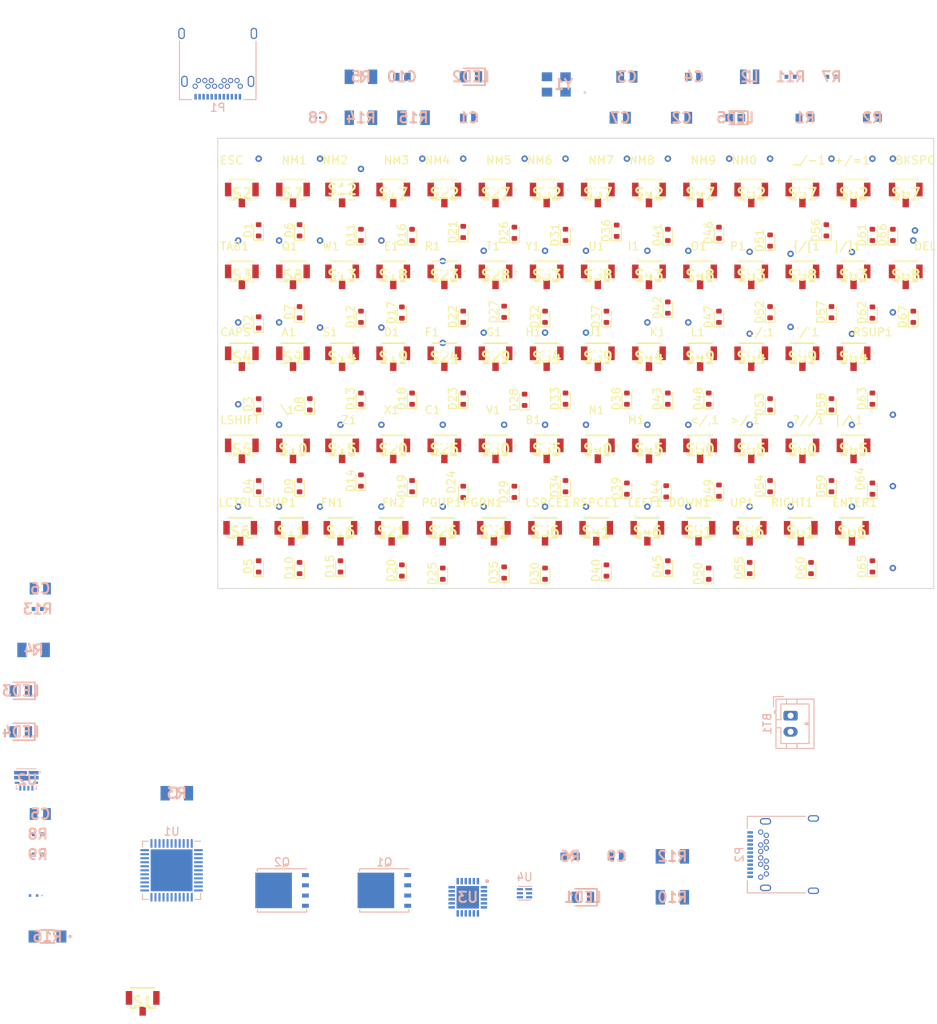
<source format=kicad_pcb>
(kicad_pcb (version 20221018) (generator pcbnew)
  (layers (0 "F.Cu" signal) (31 "B.Cu" signal) (34 "B.Paste" user) (35 "F.Paste" user) (36 "B.SilkS" user "B.Silkscreen") (37 "F.SilkS" user "F.Silkscreen") (38 "B.Mask" user) (39 "F.Mask" user) (44 "Edge.Cuts" user))
  (net 0 "")
  (net 1 "+BATT")
  (net 2 "-BATT")
  (net 3 "GND")
  (net 4 "Net-(U1-XTAL1)")
  (net 5 "Net-(U1-XTAL2)")
  (net 6 "Net-(U1-UCAP)")
  (net 7 "Net-(U3-SW_1)")
  (net 8 "+5V")
  (net 9 "Net-(U3-BTST)")
  (net 10 "Net-(U4-BAT)")
  (net 11 "/MCU_Battery/VBUSOUT")
  (net 12 "Net-(U3-REGN)")
  (net 13 "/Key_Array/IROW0")
  (net 14 "Net-(D3-A)")
  (net 15 "/Key_Array/IROW1")
  (net 16 "Net-(D4-A)")
  (net 17 "/Key_Array/IROW2")
  (net 18 "Net-(D5-A)")
  (net 19 "/Key_Array/IROW3")
  (net 20 "Net-(D6-A)")
  (net 21 "/Key_Array/IROW4")
  (net 22 "Net-(D7-A)")
  (net 23 "Net-(D8-A)")
  (net 24 "Net-(D9-A)")
  (net 25 "Net-(D10-A)")
  (net 26 "Net-(D11-A)")
  (net 27 "Net-(D12-A)")
  (net 28 "Net-(D13-A)")
  (net 29 "Net-(D14-A)")
  (net 30 "Net-(D15-A)")
  (net 31 "Net-(D16-A)")
  (net 32 "Net-(D17-A)")
  (net 33 "Net-(D18-A)")
  (net 34 "Net-(D19-A)")
  (net 35 "Net-(D20-A)")
  (net 36 "Net-(D21-A)")
  (net 37 "Net-(D23-A)")
  (net 38 "Net-(D24-A)")
  (net 39 "Net-(D1-A)")
  (net 40 "Net-(D27-A)")
  (net 41 "Net-(D28-A)")
  (net 42 "Net-(D30-A)")
  (net 43 "Net-(D2-A)")
  (net 44 "Net-(D32-A)")
  (net 45 "Net-(D33-A)")
  (net 46 "Net-(D34-A)")
  (net 47 "Net-(D35-A)")
  (net 48 "Net-(D36-A)")
  (net 49 "Net-(D37-A)")
  (net 50 "Net-(D25-A)")
  (net 51 "Net-(D42-A)")
  (net 52 "Net-(D43-A)")
  (net 53 "Net-(D44-A)")
  (net 54 "Net-(D45-A)")
  (net 55 "Net-(D46-A)")
  (net 56 "Net-(D47-A)")
  (net 57 "Net-(D48-A)")
  (net 58 "Net-(D49-A)")
  (net 59 "Net-(D50-A)")
  (net 60 "Net-(D51-A)")
  (net 61 "Net-(D52-A)")
  (net 62 "Net-(D53-A)")
  (net 63 "Net-(D54-A)")
  (net 64 "Net-(D56-A)")
  (net 65 "Net-(D57-A)")
  (net 66 "Net-(D58-A)")
  (net 67 "Net-(D60-A)")
  (net 68 "Net-(D61-A)")
  (net 69 "Net-(D62-A)")
  (net 70 "Net-(D63-A)")
  (net 71 "Net-(D64-A)")
  (net 72 "Net-(D65-A)")
  (net 73 "Net-(D66-A)")
  (net 74 "Net-(D67-A)")
  (net 75 "Net-(D29-A)")
  (net 76 "Net-(D38-A)")
  (net 77 "Net-(D39-A)")
  (net 78 "Net-(U2-SW)")
  (net 79 "Net-(LED1-A)")
  (net 80 "Net-(LED2-A)")
  (net 81 "Net-(LED3-K)")
  (net 82 "Net-(LED3-A)")
  (net 83 "Net-(LED4-K)")
  (net 84 "Net-(LED4-A)")
  (net 88 "/MCU_Battery/USBKUFPD+")
  (net 89 "/MCU_Battery/USBKUFPD-")
  (net 113 "Net-(Q1-G)")
  (net 114 "Net-(Q1-D)")
  (net 115 "Net-(Q2-G)")
  (net 116 "Net-(U1-D+)")
  (net 117 "Net-(U1-D-)")
  (net 118 "Net-(U1-~{HWB}{slash}PE2)")
  (net 119 "Net-(D55-A)")
  (net 120 "Net-(D59-A)")
  (net 121 "Net-(U3-SYS_1)")
  (net 122 "Net-(LED2-K)")
  (net 123 "/Key_Array/ICOL0")
  (net 124 "/Key_Array/ICOL1")
  (net 125 "/Key_Array/ICOL2")
  (net 126 "/Key_Array/ICOL3")
  (net 127 "/Key_Array/ICOL4")
  (net 128 "Net-(U4-V-)")
  (net 129 "/Key_Array/ICOL5")
  (net 130 "Net-(U3-STAT)")
  (net 131 "/Key_Array/ICOL6")
  (net 132 "/Key_Array/ICOL7")
  (net 133 "Net-(U3-ILIM)")
  (net 134 "/Key_Array/ICOL8")
  (net 135 "/Key_Array/ICOL9")
  (net 136 "/Key_Array/ICOL10")
  (net 137 "/Key_Array/ICOL11")
  (net 138 "/Key_Array/ICOL12")
  (net 139 "/Key_Array/ICOL13")
  (net 140 "/Key_Array/ICOL14")
  (net 141 "/Key_Array/ICOL15")
  (net 143 "/MCU_Battery/COL19")
  (net 144 "/MCU_Battery/COL18")
  (net 145 "/MCU_Battery/COL17")
  (net 146 "/MCU_Battery/COL16")
  (net 148 "Net-(U3-TS1)")
  (net 221 "Net-(D41-A)")
  (net 222 "Net-(D26-A)")
  (net 223 "Net-(D31-A)")
  (net 224 "Net-(D22-A)")
  (net 225 "Net-(D40-A)")
  (net 226 "Net-(S1-C1)")
  (footprint "keyboard_syms:B3U1100PB" (layer "F.Cu") (at 99.26 52.09)
    (fp_text reference "S33")
    (fp_text value "MX_Y1" hide)
  )
  (footprint "Diode_SMD:D_SOD-523" (layer "F.Cu") (at 114.3 67.88 90)
    (fp_text reference "D43")
    (fp_text value "1N4148WT")
  )
  (footprint "Diode_SMD:D_SOD-523" (layer "F.Cu") (at 109.22 67.88 90)
    (fp_text reference "D38")
    (fp_text value "1N4148WT")
  )
  (footprint "Diode_SMD:D_SOD-523" (layer "F.Cu") (at 134.62 78.74 90)
    (fp_text reference "D59")
    (fp_text value "1N4148WT")
  )
  (footprint "Diode_SMD:D_SOD-523" (layer "F.Cu") (at 139.7 57.2008 90)
    (fp_text reference "D62")
    (fp_text value "1N4148WT")
  )
  (footprint "Diode_SMD:D_SOD-523" (layer "F.Cu") (at 139.7 79.0448 90)
    (fp_text reference "D64")
    (fp_text value "1N4148WT")
  )
  (footprint "keyboard_syms:B3U1100PB" (layer "F.Cu") (at 137.36 52.09)
    (fp_text reference "S63")
    (fp_text value "MX_]1" hide)
  )
  (footprint "Diode_SMD:D_SOD-523" (layer "F.Cu") (at 106.68 57.72 90)
    (fp_text reference "D37")
    (fp_text value "1N4148WT")
  )
  (footprint "Diode_SMD:D_SOD-523" (layer "F.Cu") (at 106.68 89.2048 90)
    (fp_text reference "D40")
    (fp_text value "1N4148WT")
  )
  (footprint "keyboard_syms:B3U1100PB" (layer "F.Cu") (at 61.414 62.25)
    (fp_text reference "S4")
    (fp_text value "MX_CAPS1" hide)
  )
  (footprint "Diode_SMD:D_SOD-523" (layer "F.Cu") (at 76.2 67.88 90)
    (fp_text reference "D13")
    (fp_text value "1N4148WT")
  )
  (footprint "keyboard_syms:B3U1100PB" (layer "F.Cu") (at 61.414 73.68)
    (fp_text reference "S5")
    (fp_text value "MX_LSHIFT" hide)
  )
  (footprint "Diode_SMD:D_SOD-523" (layer "F.Cu") (at 82.55 47.56 90)
    (fp_text reference "D16")
    (fp_text value "1N4148WT")
  )
  (footprint "keyboard_syms:B3U1100PB" (layer "F.Cu") (at 118.11 83.91)
    (fp_text reference "S51")
    (fp_text value "MX_DOWN1" hide)
  )
  (footprint "Diode_SMD:D_SOD-523" (layer "F.Cu") (at 120.65 57.72 90)
    (fp_text reference "D47")
    (fp_text value "1N4148WT")
  )
  (footprint "Diode_SMD:D_SOD-523" (layer "F.Cu") (at 95.25 79.44 90)
    (fp_text reference "D29")
    (fp_text value "1N4148WT")
  )
  (footprint "Diode_SMD:D_SOD-523" (layer "F.Cu") (at 109.22 79.0448 90)
    (fp_text reference "D39")
    (fp_text value "1N4148WT")
  )
  (footprint "keyboard_syms:B3U1100PB" (layer "F.Cu") (at 118.31 41.93)
    (fp_text reference "S47")
    (fp_text value "MX_NM9" hide)
  )
  (footprint "Diode_SMD:D_SOD-523" (layer "F.Cu") (at 127 78.74 90)
    (fp_text reference "D54")
    (fp_text value "1N4148WT")
  )
  (footprint "Diode_SMD:D_SOD-523" (layer "F.Cu") (at 120.65 79.2988 90)
    (fp_text reference "D49")
    (fp_text value "1N4148WT")
  )
  (footprint "Diode_SMD:D_SOD-523" (layer "F.Cu") (at 114.3 56.58 90)
    (fp_text reference "D42")
    (fp_text value "1N4148WT")
  )
  (footprint "Diode_SMD:D_SOD-523" (layer "F.Cu") (at 76.2 47.56 90)
    (fp_text reference "D11")
    (fp_text value "1N4148WT")
  )
  (footprint "Diode_SMD:D_SOD-523" (layer "F.Cu") (at 81.28 89.2048 90)
    (fp_text reference "D20")
    (fp_text value "1N4148WT")
  )
  (footprint "keyboard_syms:B3U1100PB" (layer "F.Cu") (at 118.31 62.25)
    (fp_text reference "S49")
    (fp_text value "MX_L1" hide)
  )
  (footprint "Diode_SMD:D_SOD-523" (layer "F.Cu") (at 139.7 47.56 90)
    (fp_text reference "D61")
    (fp_text value "1N4148WT")
  )
  (footprint "keyboard_syms:B3U1100PB" (layer "F.Cu") (at 99.26 41.93)
    (fp_text reference "S32")
    (fp_text value "MX_NM6" hide)
  )
  (footprint "keyboard_syms:B3U1100PB" (layer "F.Cu") (at 99.06 83.91)
    (fp_text reference "S36")
    (fp_text value "MX_LSPCE1" hide)
  )
  (footprint "Diode_SMD:D_SOD-523" (layer "F.Cu") (at 127 57.15 90)
    (fp_text reference "D52")
    (fp_text value "1N4148WT")
  )
  (footprint "keyboard_syms:B3U1100PB" (layer "F.Cu") (at 124.46 83.91)
    (fp_text reference "S56")
    (fp_text value "MX_UP1" hide)
  )
  (footprint "Diode_SMD:D_SOD-523" (layer "F.Cu") (at 99.06 89.6 90)
    (fp_text reference "D30")
    (fp_text value "1N4148WT")
  )
  (footprint "Diode_SMD:D_SOD-523" (layer "F.Cu") (at 63.5 68.58 90)
    (fp_text reference "D3")
    (fp_text value "1N4148WT")
  )
  (footprint "keyboard_syms:B3U1100PB" (layer "F.Cu") (at 137.16 83.91)
    (fp_text reference "S66")
    (fp_text value "MX_ENTER1" hide)
  )
  (footprint "keyboard_syms:B3U1100PB" (layer "F.Cu") (at 105.61 41.93)
    (fp_text reference "S37")
    (fp_text value "MX_NM7" hide)
  )
  (footprint "Diode_SMD:D_SOD-523" (layer "F.Cu") (at 114.1 79.38 90)
    (fp_text reference "D44")
    (fp_text value "1N4148WT")
  )
  (footprint "Diode_SMD:D_SOD-523" (layer "F.Cu") (at 86.36 89.6 90)
    (fp_text reference "D25")
    (fp_text value "1N4148WT")
  )
  (footprint "Diode_SMD:D_SOD-523" (layer "F.Cu") (at 76.2 78.04 90)
    (fp_text reference "D14")
    (fp_text value "1N4148WT")
  )
  (footprint "Diode_SMD:D_SOD-523" (layer "F.Cu") (at 133.985 46.99 90)
    (fp_text reference "D56")
    (fp_text value "1N4148WT")
  )
  (footprint "keyboard_syms:B3U1100PB" (layer "F.Cu") (at 118.31 52.09)
    (fp_text reference "S48")
    (fp_text value "MX_O1" hide)
  )
  (footprint "Diode_SMD:D_SOD-523" (layer "F.Cu") (at 119.38 89.6 90)
    (fp_text reference "D50")
    (fp_text value "1N4148WT")
  )
  (footprint "Diode_SMD:D_SOD-523" (layer "F.Cu") (at 124.46 88.9 90)
    (fp_text reference "D55")
    (fp_text value "1N4148WT")
  )
  (footprint "keyboard_syms:B3U1100PB" (layer "F.Cu") (at 130.81 83.91)
    (fp_text reference "S61")
    (fp_text value "MX_RIGHT1" hide)
  )
  (footprint "Diode_SMD:D_SOD-523" (layer "F.Cu") (at 95.25 47.2948 90)
    (fp_text reference "D26")
    (fp_text value "1N4148WT")
  )
  (footprint "keyboard_syms:B3U1100PB" (layer "F.Cu") (at 61.414 41.93)
    (fp_text reference "S2")
    (fp_text value "MX_ESC" hide)
  )
  (footprint "keyboard_syms:B3U1100PB" (layer "F.Cu") (at 49.1 142.24)
    (fp_text reference "S1")
    (fp_text value "B3U-1100P-B" hide)
  )
  (footprint "keyboard_syms:B3U1100PB" (layer "F.Cu") (at 124.66 73.68)
    (fp_text reference "S55")
    (fp_text value "MX_.1" hide)
  )
  (footprint "keyboard_syms:B3U1100PB" (layer "F.Cu") (at 124.66 52.09)
    (fp_text reference "S53")
    (fp_text value "MX_P1" hide)
  )
  (footprint "keyboard_syms:B3U1100PB" (layer "F.Cu") (at 143.837 52.09)
    (fp_text reference "S68")
    (fp_text value "MX_DEL1" hide)
  )
  (footprint "Diode_SMD:D_SOD-523" (layer "F.Cu") (at 88.9 57.72 90)
    (fp_text reference "D22")
    (fp_text value "1N4148WT")
  )
  (footprint "Diode_SMD:D_SOD-523" (layer "F.Cu") (at 73.66 88.6968 90)
    (fp_text reference "D15")
    (fp_text value "1N4148WT")
  )
  (footprint "Diode_SMD:D_SOD-523" (layer "F.Cu") (at 99.06 57.72 90)
    (fp_text reference "D32")
    (fp_text value "1N4148WT")
  )
  (footprint "keyboard_syms:B3U1100PB" (layer "F.Cu") (at 131.01 62.25)
    (fp_text reference "S59")
    (fp_text value "MX_'1" hide)
  )
  (footprint "Diode_SMD:D_SOD-523" (layer "F.Cu") (at 63.5 88.6968 90)
    (fp_text reference "D5")
    (fp_text value "1N4148WT")
  )
  (footprint "Diode_SMD:D_SOD-523" (layer "F.Cu") (at 93.98 89.4588 90)
    (fp_text reference "D35")
    (fp_text value "1N4148WT")
  )
  (footprint "keyboard_syms:B3U1100PB" (layer "F.Cu") (at 67.764 52.09)
    (fp_text reference "S8")
    (fp_text value "MX_Q1" hide)
  )
  (footprint "keyboard_syms:B3U1100PB" (layer "F.Cu") (at 111.96 62.25)
    (fp_text reference "S44")
    (fp_text value "MX_K1" hide)
  )
  (footprint "keyboard_syms:B3U1100PB" (layer "F.Cu") (at 61.214 83.91)
    (fp_text reference "S6")
    (fp_text value "MX_LCTRL1" hide)
  )
  (footprint "Diode_SMD:D_SOD-523" (layer "F.Cu") (at 142.24 47.56 90)
    (fp_text reference "D66")
    (fp_text value "1N4148WT")
  )
  (footprint "keyboard_syms:B3U1100PB" (layer "F.Cu") (at 80.21 73.68)
    (fp_text reference "S20")
    (fp_text value "MX_X1" hide)
  )
  (footprint "keyboard_syms:B3U1100PB" (layer "F.Cu") (at 131.01 52.09)
    (fp_text reference "S58")
    (fp_text value "MX_[1" hide)
  )
  (footprint "Diode_SMD:D_SOD-523" (layer "F.Cu") (at 82.55 78.74 90)
    (fp_text reference "D19")
    (fp_text value "1N4148WT")
  )
  (footprint "keyboard_syms:B3U1100PB" (layer "F.Cu") (at 137.36 41.93)
    (fp_text reference "S62")
    (fp_text value "MX_=1" hide)
  )
  (footprint "keyboard_syms:B3U1100PB" (layer "F.Cu") (at 80.21 52.09)
    (fp_text reference "S18")
    (fp_text value "MX_E1" hide)
  )
  (footprint "Diode_SMD:D_SOD-523" (layer "F.Cu") (at 139.7 88.6968 90)
    (fp_text reference "D65")
    (fp_text value "1N4148WT")
  )
  (footprint "keyboard_syms:B3U1100PB" (layer "F.Cu") (at 111.96 52.09)
    (fp_text reference "S43")
    (fp_text value "MX_I1" hide)
  )
  (footprint "keyboard_syms:B3U1100PB" (layer "F.Cu") (at 61.414 52.09)
    (fp_text reference "S3")
    (fp_text value "MX_TAB1" hide)
  )
  (footprint "Diode_SMD:D_SOD-523" (layer "F.Cu") (at 88.9 67.88 90)
    (fp_text reference "D23")
    (fp_text value "1N4148WT")
  )
  (footprint "Diode_SMD:D_SOD-523" (layer "F.Cu") (at 76.2 57.72 90)
    (fp_text reference "D12")
    (fp_text value "1N4148WT")
  )
  (footprint "Diode_SMD:D_SOD-523" (layer "F.Cu") (at 68.58 46.99 90)
    (fp_text reference "D6")
    (fp_text value "1N4148WT")
  )
  (footprint "keyboard_syms:B3U1100PB" (layer "F.Cu") (at 105.61 62.25)
    (fp_text reference "S39")
    (fp_text value "MX_J1" hide)
  )
  (footprint "keyboard_syms:B3U1100PB" (layer "F.Cu") (at 111.96 41.93)
    (fp_text reference "S42")
    (fp_text value "MX_NM8" hide)
  )
  (footprint "keyboard_syms:B3U1100PB" (layer "F.Cu") (at 111.96 73.68)
    (fp_text reference "S45")
    (fp_text value "MX_M1" hide)
  )
  (footprint "Diode_SMD:D_SOD-523" (layer "F.Cu") (at 101.6 67.88 90)
    (fp_text reference "D33")
    (fp_text value "1N4148WT")
  )
  (footprint "Diode_SMD:D_SOD-523" (layer "F.Cu") (at 127 48.26 90)
    (fp_text reference "D51")
    (fp_text value "1N4148WT")
  )
  (footprint "keyboard_syms:B3U1100PB" (layer "F.Cu") (at 99.26 62.25)
    (fp_text reference "S34")
    (fp_text value "MX_H1" hide)
  )
  (footprint "keyboard_syms:B3U1100PB" (layer "F.Cu") (at 137.36 62.25)
    (fp_text reference "S64")
    (fp_text value "MX_RSUP1" hide)
  )
  (footprint "keyboard_syms:B3U1100PB" (layer "F.Cu") (at 92.91 62.25)
    (fp_text reference "S29")
    (fp_text value "MX_G1" hide)
  )
  (footprint "keyboard_syms:B3U1100PB" (layer "F.Cu") (at 92.91 73.68)
    (fp_text reference "S30")
    (fp_text value "MX_V1" hide)
  )
  (footprint "keyboard_syms:B3U1100PB" (layer "F.Cu") (at 67.764 41.93)
    (fp_text reference "S7")
    (fp_text value "MX_NM1" hide)
  )
  (footprint "Diode_SMD:D_SOD-523" (layer "F.Cu") (at 63.5 78.74 90)
    (fp_text reference "D4")
    (fp_text value "1N4148WT")
  )
  (footprint "keyboard_syms:B3U1100PB" (layer "F.Cu") (at 73.66 83.91)
    (fp_text reference "S16")
    (fp_text value "MX_FN1" hide)
  )
  (footprint "Diode_SMD:D_SOD-523" (layer "F.Cu") (at 63.5 46.99 90)
    (fp_text reference "D1")
    (fp_text value "1N4148WT")
  )
  (footprint "keyboard_syms:B3U1100PB" (layer "F.Cu") (at 86.56 41.93)
    (fp_text reference "S22")
    (fp_text value "MX_NM4" hide)
  )
  (footprint "keyboard_syms:B3U1100PB" (layer "F.Cu") (at 124.66 41.93)
    (fp_text reference "S52")
    (fp_text value "MX_NM0" hide)
  )
  (footprint "Diode_SMD:D_SOD-523" (layer "F.Cu") (at 134.62 68.58 90)
    (fp_text reference "D58")
    (fp_text value "1N4148WT")
  )
  (footprint "Diode_SMD:D_SOD-523" (layer "F.Cu") (at 82.55 67.88 90)
    (fp_text reference "D18")
    (fp_text value "1N4148WT")
  )
  (footprint "Diode_SMD:D_SOD-523" (layer "F.Cu") (at 68.58 78.74 90)
    (fp_text reference "D9")
    (fp_text value "1N4148WT")
  )
  (footprint "keyboard_syms:B3U1100PB" (layer "F.Cu") (at 86.36 83.91)
    (fp_text reference "S26")
    (fp_text value "MX_PGUP1" hide)
  )
  (footprint "Diode_SMD:D_SOD-523" (layer "F.Cu") (at 68.58 57.15 90)
    (fp_text reference "D7")
    (fp_text value "1N4148WT")
  )
  (footprint "keyboard_syms:B3U1100PB" (layer "F.Cu") (at 73.86 62.25)
    (fp_text reference "S14")
    (fp_text value "MX_S1" hide)
  )
  (footprint "keyboard_syms:B3U1100PB" (layer "F.Cu") (at 124.66 62.25)
    (fp_text reference "S54")
    (fp_text value "MX_;1" hide)
  )
  (footprint "keyboard_syms:B3U1100PB" (layer "F.Cu") (at 105.41 83.91)
    (fp_text reference "S41")
    (fp_text value "MX_RSPCE1" hide)
  )
  (footprint "keyboard_syms:B3U1100PB" (layer "F.Cu") (at 111.76 83.91)
    (fp_text reference "S46")
    (fp_text value "MX_LEFT1" hide)
  )
  (footprint "Diode_SMD:D_SOD-523" (layer "F.Cu") (at 88.9 47.1932 90)
    (fp_text reference "D21")
    (fp_text value "1N4148WT")
  )
  (footprint "keyboard_syms:B3U1100PB" (layer "F.Cu") (at 92.91 41.93)
    (fp_text reference "S27")
    (fp_text value "MX_NM5" hide)
  )
  (footprint "keyboard_syms:B3U1100PB" (layer "F.Cu") (at 105.61 52.09)
    (fp_text reference "S38")
    (fp_text value "MX_U1" hide)
  )
  (footprint "Diode_SMD:D_SOD-523" (layer "F.Cu") (at 88.9 79.44 90)
    (fp_text reference "D24")
    (fp_text value "1N4148WT")
  )
  (footprint "Diode_SMD:D_SOD-523" (layer "F.Cu") (at 114.3 47.56 90)
    (fp_text reference "D41")
    (fp_text value "1N4148WT")
  )
  (footprint "keyboard_syms:B3U1100PB" (layer "F.Cu") (at 86.56 52.09)
    (fp_text reference "S23")
    (fp_text value "MX_R1" hide)
  )
  (footprint "Diode_SMD:D_SOD-523" (layer "F.Cu") (at 69.85 68.58 90)
    (fp_text reference "D8")
    (fp_text value "1N4148WT")
  )
  (footprint "Diode_SMD:D_SOD-523" (layer "F.Cu") (at 68.58 88.9 90)
    (fp_text reference "D10")
    (fp_text value "1N4148WT")
  )
  (footprint "keyboard_syms:B3U1100PB" (layer "F.Cu") (at 80.21 41.93)
    (fp_text reference "S17")
    (fp_text value "MX_NM3" hide)
  )
  (footprint "keyboard_syms:B3U1100PB" (layer "F.Cu") (at 137.36 73.68)
    (fp_text reference "S65")
    (fp_text value "MX_\\1" hide)
  )
  (footprint "Diode_SMD:D_SOD-523" (layer "F.Cu") (at 81.28 57.2008 90)
    (fp_text reference "D17")
    (fp_text value "1N4148WT")
  )
  (footprint "keyboard_syms:B3U1100PB" (layer "F.Cu") (at 80.01 83.91)
    (fp_text reference "S21")
    (fp_text value "MX_FN2" hide)
  )
  (footprint "Diode_SMD:D_SOD-523" (layer "F.Cu") (at 63.5 58.42 90)
    (fp_text reference "D2")
    (fp_text value "1N4148WT")
  )
  (footprint "keyboard_syms:B3U1100PB" (layer "F.Cu") (at 73.86 41.93)
    (fp_text reference "S12")
    (fp_text value "MX_NM2" hide)
  )
  (footprint "keyboard_syms:B3U1100PB" (layer "F.Cu") (at 92.91 52.09)
    (fp_text reference "S28")
    (fp_text value "MX_T1" hide)
  )
  (footprint "Diode_SMD:D_SOD-523" (layer "F.Cu") (at 114.3 88.6968 90)
    (fp_text reference "D45")
    (fp_text value "1N4148WT")
  )
  (footprint "keyboard_syms:B3U1100PB" (layer "F.Cu") (at 105.61 73.68)
    (fp_text reference "S40")
    (fp_text value "MX_N1" hide)
  )
  (footprint "Diode_SMD:D_SOD-523" (layer "F.Cu") (at 101.6 47.56 90)
    (fp_text reference "D31")
    (fp_text value "1N4148WT")
  )
  (footprint "keyboard_syms:B3U1100PB" (layer "F.Cu") (at 86.56 73.68)
    (fp_text reference "S25")
    (fp_text value "MX_C1" hide)
  )
  (footprint "Diode_SMD:D_SOD-523" (layer "F.Cu") (at 134.62 57.15 90)
    (fp_text reference "D57")
    (fp_text value "1N4148WT")
  )
  (footprint "Diode_SMD:D_SOD-523" (layer "F.Cu") (at 101.6 78.74 90)
    (fp_text reference "D34")
    (fp_text value "1N4148WT")
  )
  (footprint "keyboard_syms:B3U1100PB" (layer "F.Cu") (at 118.31 73.68)
    (fp_text reference "S50")
    (fp_text value "MX_,1" hide)
  )
  (footprint "Diode_SMD:D_SOD-523" (layer "F.Cu") (at 120.65 47.2948 90)
    (fp_text reference "D46")
    (fp_text value "1N4148WT")
  )
  (footprint "keyboard_syms:B3U1100PB" (layer "F.Cu") (at 67.564 83.91)
    (fp_text reference "S11")
    (fp_text value "MX_LSUP1" hide)
  )
  (footprint "keyboard_syms:B3U1100PB" (layer "F.Cu") (at 80.21 62.25)
    (fp_text reference "S19")
    (fp_text value "MX_D1" hide)
  )
  (footprint "keyboard_syms:B3U1100PB" (layer "F.Cu") (at 86.56 62.25)
    (fp_text reference "S24")
    (fp_text value "MX_F1" hide)
  )
  (footprint "keyboard_syms:B3U1100PB" (layer "F.Cu") (at 92.71 83.91)
    (fp_text reference "S31")
    (fp_text value "MX_PGDN1" hide)
  )
  (footprint "Diode_SMD:D_SOD-523" (layer "F.Cu") (at 107.95 47.0408 90)
    (fp_text reference "D36")
    (fp_text value "1N4148WT")
  )
  (footprint "keyboard_syms:B3U1100PB" (layer "F.Cu") (at 131.01 41.93)
    (fp_text reference "S57")
    (fp_text value "MX_-1" hide)
  )
  (footprint "keyboard_syms:B3U1100PB" (layer "F.Cu") (at 143.837 41.93)
    (fp_text reference "S67")
    (fp_text value "MX_BKSPC1" hide)
  )
  (footprint "keyboard_syms:B3U1100PB" (layer "F.Cu") (at 67.764 73.68)
    (fp_text reference "S10")
    (fp_text value "MX_\\" hide)
  )
  (footprint "Diode_SMD:D_SOD-523" (layer "F.Cu") (at 144.78 57.72 90)
    (fp_text reference "D67")
    (fp_text value "1N4148WT")
  )
  (footprint "keyboard_syms:B3U1100PB" (layer "F.Cu") (at 99.26 73.68)
    (fp_text reference "S35")
    (fp_text value "MX_B1" hide)
  )
  (footprint "Diode_SMD:D_SOD-523" (layer "F.Cu") (at 119.38 67.88 90)
    (fp_text reference "D48")
    (fp_text value "1N4148WT")
  )
  (footprint "Diode_SMD:D_SOD-523" (layer "F.Cu") (at 93.98 57.0992 90)
    (fp_text reference "D27")
    (fp_text value "1N4148WT")
  )
  (footprint "keyboard_syms:B3U1100PB" (layer "F.Cu") (at 131.01 73.68)
    (fp_text reference "S60")
    (fp_text value "MX_/1" hide)
  )
  (footprint "keyboard_syms:B3U1100PB" (layer "F.Cu") (at 67.764 62.25)
    (fp_text reference "S9")
    (fp_text value "MX_A1" hide)
  )
  (footprint "Diode_SMD:D_SOD-523" (layer "F.Cu") (at 127 68.58 90)
    (fp_text reference "D53")
    (fp_text value "1N4148WT")
  )
  (footprint "Diode_SMD:D_SOD-523" (layer "F.Cu") (at 132.08 88.9 90)
    (fp_text reference "D60")
    (fp_text value "1N4148WT")
  )
  (footprint "Diode_SMD:D_SOD-523" (layer "F.Cu") (at 96.52 68.0212 90)
    (fp_text reference "D28")
    (fp_text value "1N4148WT")
  )
  (footprint "keyboard_syms:B3U1100PB" (layer "F.Cu") (at 73.86 73.68)
    (fp_text reference "S15")
    (fp_text value "MX_Z1" hide)
  )
  (footprint "Diode_SMD:D_SOD-523" (layer "F.Cu") (at 139.7 67.88 90)
    (fp_text reference "D63")
    (fp_text value "1N4148WT")
  )
  (footprint "keyboard_syms:B3U1100PB" (layer "F.Cu") (at 73.86 52.09)
    (fp_text reference "S13")
    (fp_text value "MX_W1" hide)
  )
  (footprint "keyboard_syms:H2C_H2R" (layer "B.Cu") (at 134.62 27.94 180)
    (fp_text reference "R7")
    (fp_text value "ERJ-H2RD2200X" hide)
  )
  (footprint "keyboard_syms:RESC1608X50N" (layer "B.Cu") (at 131.33 33.02 180)
    (fp_text reference "R1")
    (fp_text value "CRCW060322R0JNEAHP" hide)
  )
  (footprint "keyboard_syms:CAPC2012X145N" (layer "B.Cu") (at 109.22 27.94 180)
    (fp_text reference "C3")
    (fp_text value "GRM21BC81C226ME44L" hide)
  )
  (footprint "keyboard_syms:H2C_H2R" (layer "B.Cu") (at 36.072 121.92 180)
    (fp_text reference "R8")
    (fp_text value "ERJ-H2RD2200X" hide)
  )
  (footprint "keyboard_syms:RESC3216X50N" (layer "B.Cu") (at 114.865 124.675 180)
    (fp_text reference "R12")
    (fp_text value "RG3216P-5004-B-T1" hide)
  )
  (footprint "keyboard_syms:H2C_H2R" (layer "B.Cu") (at 36.072 93.98 180)
    (fp_text reference "R13")
    (fp_text value "ERJ-H2RD2200X" hide)
  )
  (footprint "keyboard_syms:RESC3216X50N" (layer "B.Cu") (at 114.865 129.755 180)
    (fp_text reference "R10")
    (fp_text value "RG3216P-5004-B-T1" hide)
  )
  (footprint "keyboard_syms:LEDC2012X80N" (layer "B.Cu") (at 89.85 27.94 180)
    (fp_text reference "LED2")
    (fp_text value "150080VS75000" hide)
  )
  (footprint "keyboard_syms:RESC1608X55N" (layer "B.Cu") (at 102.165 124.675 180)
    (fp_text reference "R6")
    (fp_text value "RP0603BRD072K2L" hide)
  )
  (footprint "keyboard_syms:RESC3216X74N" (layer "B.Cu") (at 76.2 33.02 180)
    (fp_text reference "R14")
    (fp_text value "CRMA1206AF10K0DKEF" hide)
  )
  (footprint "keyboard_syms:LEDC1608X80N" (layer "B.Cu") (at 122.67 33.02 180)
    (fp_text reference "LED5")
    (fp_text value "150060RS75000" hide)
  )
  (footprint "keyboard_syms:CAPC1608X95N" (layer "B.Cu") (at 89.59 33.02 180)
    (fp_text reference "C1")
    (fp_text value "UMK107ABJ105KA8T" hide)
  )
  (footprint "Package_TO_SOT_SMD:TDSON-8-1" (layer "B.Cu") (at 79.105 128.905 180)
    (fp_text reference "Q1")
    (fp_text value "CSD17527Q5A")
  )
  (footprint "keyboard_syms:PLEA67BCA4R7M1PT00" (layer "B.Cu") (at 35.56 129.54 180)
    (fp_text reference "L1" hide)
    (fp_text value "PLEA67BCA4R7M-1PT00" hide)
  )
  (footprint "keyboard_syms:QFN50P400X400X100-25N-D" (layer "B.Cu") (at 89.465 129.755 180)
    (fp_text reference "U3")
    (fp_text value "BQ24193RGER" hide)
  )
  (footprint "keyboard_syms:H2C_H2R" (layer "B.Cu") (at 129.54 27.94 180)
    (fp_text reference "R11")
    (fp_text value "ERJ-H2RD2200X" hide)
  )
  (footprint "keyboard_syms:TPS61235PRWLT" (layer "B.Cu") (at 35.56 114.3 180)
    (fp_text reference "U2")
    (fp_text value "TPS61236PRWLT" hide)
  )
  (footprint "keyboard_syms:LEDC2012X80N" (layer "B.Cu") (at 33.97 109.22 180)
    (fp_text reference "LED4")
    (fp_text value "150080VS75000" hide)
  )
  (footprint "keyboard_syms:RESC3216X74N" (layer "B.Cu") (at 76.2 27.94 180)
    (fp_text reference "R5")
    (fp_text value "CRMA1206AF10K0DKEF" hide)
  )
  (footprint "keyboard_syms:CAPC1608X95N" (layer "B.Cu") (at 81.28 27.94 180)
    (fp_text reference "C10")
    (fp_text value "UMK107ABJ105KA8T" hide)
  )
  (footprint "keyboard_syms:CAPC2012X145N" (layer "B.Cu") (at 36.39 91.44 180)
    (fp_text reference "C6")
    (fp_text value "GRM21BC81C226ME44L" hide)
  )
  (footprint "keyboard_syms:RESC3216X74N" (layer "B.Cu") (at 82.73 33.02 180)
    (fp_text reference "R15")
    (fp_text value "CRMA1206AF10K0DKEF" hide)
  )
  (footprint "keyboard_syms:ERA8KEB1004V" (layer "B.Cu") (at 37.285 134.62 180)
    (fp_text reference "R16")
    (fp_text value "ERA-8KEB3303V" hide)
  )
  (footprint "keyboard_syms:CAPC1608X95N" (layer "B.Cu") (at 107.935 124.675 180)
    (fp_text reference "C9")
    (fp_text value "C0603C104K1RACAUTO" hide)
  )
  (footprint "keyboard_syms:RESC3216X74N" (layer "B.Cu") (at 53.34 116.84 180)
    (fp_text reference "R3")
    (fp_text value "CRMA1206AF10K0DKEF" hide)
  )
  (footprint "keyboard_syms:CAPC1608X95N" (layer "B.Cu") (at 117.53 27.94 180)
    (fp_text reference "C4")
    (fp_text value "UMK107ABJ105KA8T" hide)
  )
  (footprint "keyboard_syms:RESC3216X74N" (layer "B.Cu") (at 35.56 99.06 180)
    (fp_text reference "R4")
    (fp_text value "CRMA1206AF10K0DKEF" hide)
  )
  (footprint "keyboard_syms:CAPC2012X145N" (layer "B.Cu") (at 116.01 33.02 180)
    (fp_text reference "C2")
    (fp_text value "GRM21BC81C226ME44L" hide)
  )
  (footprint "keyboard_syms:CAPC2012X145N" (layer "B.Cu") (at 36.39 119.42 180)
    (fp_text reference "C5")
    (fp_text value "GRM21BC81C226ME44L" hide)
  )
  (footprint "Connector_USB:USB_C_Receptacle_Amphenol_12401548E4-2A" (layer "B.Cu") (at 129.54 124.46 -90)
    (fp_text reference "P2")
    (fp_text value "USB_C_Plug")
  )
  (footprint "keyboard_syms:H2C_H2R" (layer "B.Cu") (at 36.072 124.46 180)
    (fp_text reference "R9")
    (fp_text value "ERJ-H2RD2200X" hide)
  )
  (footprint "Connector_USB:USB_C_Receptacle_Amphenol_12401548E4-2A" (layer "B.Cu") (at 58.42 25.4)
    (fp_text reference "P1")
    (fp_text value "USB_C_Plug")
  )
  (footprint "Package_TO_SOT_SMD:TDSON-8-1" (layer "B.Cu") (at 66.405 128.905 180)
    (fp_text reference "Q2")
    (fp_text value "CSD17527Q5A")
  )
  (footprint "Package_DFN_QFN:QFN-44-1EP_7x7mm_P0.5mm_EP5.2x5.2mm" (layer "B.Cu") (at 52.69 126.41 180)
    (fp_text reference "U1")
    (fp_text value "ATmega32U4-M")
  )
  (footprint "Package_SON:WSON-6_1.5x1.5mm_P0.5mm" (layer "B.Cu") (at 96.51 129.255 180)
    (fp_text reference "U4")
    (fp_text value "BQ297xy")
  )
  (footprint "keyboard_syms:LEDC2012X80N" (layer "B.Cu") (at 103.755 129.755 180)
    (fp_text reference "LED1")
    (fp_text value "150080VS75000" hide)
  )
  (footprint "keyboard_syms:CAPC0201X14N" (layer "B.Cu") (at 70.878 33.02 180)
    (fp_text reference "C8")
    (fp_text value "MSASJ021SB5472KWNA01" hide)
  )
  (footprint "keyboard_syms:LEDC2012X80N" (layer "B.Cu") (at 33.97 104.14 180)
    (fp_text reference "LED3")
    (fp_text value "150080VS75000" hide)
  )
  (footprint "Connector_JST:JST_PH_B2B-PH-K_1x02_P2.00mm_Vertical" (layer "B.Cu") (at 129.54 107.22 -90)
    (fp_text reference "BT1")
    (fp_text value "Battery_Cell_JST-PH")
  )
  (footprint "keyboard_syms:ECS160733BCKLTR" (layer "B.Cu") (at 100.45 28.89 180)
    (fp_text reference "Y1")
    (fp_text value "ECS-160-7-33B-CKL-TR" hide)
  )
  (footprint "keyboard_syms:RESC1608X50N" (layer "B.Cu") (at 139.7 33.02 180)
    (fp_text reference "R2")
    (fp_text value "CRCW060322R0JNEAHP" hide)
  )
  (footprint "keyboard_syms:CAPC2012X145N" (layer "B.Cu") (at 108.39 33.02 180)
    (fp_text reference "C7")
    (fp_text value "GRM21BC81C226ME44L" hide)
  )
  (footprint "keyboard_syms:DFE2016CKA1R0MP2" (layer "B.Cu") (at 124.46 27.94 180)
    (fp_text reference "L2")
    (fp_text value "DFE2016CKA-2R2M=P2" hide)
  )
  (gr_line (start 147.32 91.44) (end 147.32 35.56) (stroke (width 0.1)) (layer "Edge.Cuts"))
  (gr_line (start 58.42 91.44) (end 147.32 91.44) (stroke (width 0.1)) (layer "Edge.Cuts"))
  (gr_line (start 58.42 35.56) (end 58.42 91.44) (stroke (width 0.1)) (layer "Edge.Cuts"))
  (gr_line (start 147.32 35.56) (end 58.42 35.56) (stroke (width 0.1)) (layer "Edge.Cuts"))
  (gr_text "K1" (at 111.96 60.218) (layer "F.SilkS") (effects (font (size 1 1)) (justify left bottom)))
  (gr_text "C1" (at 84.02 69.87) (layer "F.SilkS") (effects (font (size 1 1)) (justify left bottom)))
  (gr_text "NM4" (at 84.02 38.882) (layer "F.SilkS") (effects (font (size 1 1)) (justify left bottom)))
  (gr_text "LSPCE1" (at 96.52 81.37) (layer "F.SilkS") (effects (font (size 1 1)) (justify left bottom)))
  (gr_text "RSUP1" (at 137.16 60.218) (layer "F.SilkS") (effects (font (size 1 1)) (justify left bottom)))
  (gr_text "NM6\n" (at 96.72 38.882) (layer "F.SilkS") (effects (font (size 1 1)) (justify left bottom)))
  (gr_text "N1" (at 104.34 69.87) (layer "F.SilkS") (effects (font (size 1 1)) (justify left bottom)))
  (gr_text "P1" (at 121.92 49.55) (layer "F.SilkS") (effects (font (size 1 1)) (justify left bottom)))
  (gr_text "V1" (at 91.64 69.87) (layer "F.SilkS") (effects (font (size 1 1)) (justify left bottom)))
  (gr_text "M1" (at 109.22 71.12) (layer "F.SilkS") (effects (font (size 1 1)) (justify left bottom)))
  (gr_text "}/]1" (at 134.82 49.55) (layer "F.SilkS") (effects (font (size 1 1)) (justify left bottom)))
  (gr_text "+/=1\n" (at 134.82 38.882) (layer "F.SilkS") (effects (font (size 1 1)) (justify left bottom)))
  (gr_text "BKSPC" (at 142.44 38.882) (layer "F.SilkS") (effects (font (size 1 1)) (justify left bottom)))
  (gr_text "NM2\n" (at 71.32 38.882) (layer "F.SilkS") (effects (font (size 1 1)) (justify left bottom)))
  (gr_text "S1" (at 71.32 60.218) (layer "F.SilkS") (effects (font (size 1 1)) (justify left bottom)))
  (gr_text "NM1" (at 66.24 38.882) (layer "F.SilkS") (effects (font (size 1 1)) (justify left bottom)))
  (gr_text "_/-1" (at 129.74 38.882) (layer "F.SilkS") (effects (font (size 1 1)) (justify left bottom)))
  (gr_text "NM0" (at 122.12 38.882) (layer "F.SilkS") (effects (font (size 1 1)) (justify left bottom)))
  (gr_text "O1" (at 117.04 49.55) (layer "F.SilkS") (effects (font (size 1 1)) (justify left bottom)))
  (gr_text "L1" (at 117.04 60.218) (layer "F.SilkS") (effects (font (size 1 1)) (justify left bottom)))
  (gr_text "?//1" (at 129.74 71.12) (layer "F.SilkS") (effects (font (size 1 1)) (justify left bottom)))
  (gr_text "H1" (at 96.52 60.218) (layer "F.SilkS") (effects (font (size 1 1)) (justify left bottom)))
  (gr_text "G1" (at 91.64 60.218) (layer "F.SilkS") (effects (font (size 1 1)) (justify left bottom)))
  (gr_text "A1\n" (at 66.24 60.218) (layer "F.SilkS") (effects (font (size 1 1)) (justify left bottom)))
  (gr_text ">/.1" (at 121.92 71.12) (layer "F.SilkS") (effects (font (size 1 1)) (justify left bottom)))
  (gr_text "NM3" (at 78.94 38.882) (layer "F.SilkS") (effects (font (size 1 1)) (justify left bottom)))
  (gr_text "J1" (at 104.34 60.218) (layer "F.SilkS") (effects (font (size 1 1)) (justify left bottom)))
  (gr_text "DOWN1" (at 114.3 81.37) (layer "F.SilkS") (effects (font (size 1 1)) (justify left bottom)))
  (gr_text "LSHIFT" (at 58.62 71.12) (layer "F.SilkS") (effects (font (size 1 1)) (justify left bottom)))
  (gr_text "W1" (at 71.32 49.55) (layer "F.SilkS") (effects (font (size 1 1)) (justify left bottom)))
  (gr_text "Y1" (at 96.52 49.55) (layer "F.SilkS") (effects (font (size 1 1)) (justify left bottom)))
  (gr_text "NM8\n" (at 109.42 38.882) (layer "F.SilkS") (effects (font (size 1 1)) (justify left bottom)))
  (gr_text "RSPCE1" (at 102.362 81.37) (layer "F.SilkS") (effects (font (size 1 1)) (justify left bottom)))
  (gr_text "T1" (at 91.64 49.55) (layer "F.SilkS") (effects (font (size 1 1)) (justify left bottom)))
  (gr_text "F1" (at 84.02 60.218) (layer "F.SilkS") (effects (font (size 1 1)) (justify left bottom)))
  (gr_text "FN2" (at 78.74 81.37) (layer "F.SilkS") (effects (font (size 1 1)) (justify left bottom)))
  (gr_text "LEFT1" (at 109.22 81.37) (layer "F.SilkS") (effects (font (size 1 1)) (justify left bottom)))
  (gr_text "LSUP1" (at 63.3 81.37) (layer "F.SilkS") (effects (font (size 1 1)) (justify left bottom)))
  (gr_text "</,1" (at 116.84 71.12) (layer "F.SilkS") (effects (font (size 1 1)) (justify left bottom)))
  (gr_text "B1" (at 96.52 71.12) (layer "F.SilkS") (effects (font (size 1 1)) (justify left bottom)))
  (gr_text "LCTRL" (at 58.42 81.37) (layer "F.SilkS") (effects (font (size 1 1)) (justify left bottom)))
  (gr_text ":/;1" (at 124.46 60.218) (layer "F.SilkS") (effects (font (size 1 1)) (justify left bottom)))
  (gr_text "NM5\n" (at 91.64 38.882) (layer "F.SilkS") (effects (font (size 1 1)) (justify left bottom)))
  (gr_text "ENTER1" (at 134.62 81.37) (layer "F.SilkS") (effects (font (size 1 1)) (justify left bottom)))
  (gr_text "PGDN1" (at 88.7 81.37) (layer "F.SilkS") (effects (font (size 1 1)) (justify left bottom)))
  (gr_text "U1" (at 104.34 49.55) (layer "F.SilkS") (effects (font (size 1 1)) (justify left bottom)))
  (gr_text "Z1" (at 73.66 71.12) (layer "F.SilkS") (effects (font (size 1 1)) (justify left bottom)))
  (gr_text "\\1" (at 66.24 69.87) (layer "F.SilkS") (effects (font (size 1 1)) (justify left bottom)))
  (gr_text "PGUP1" (at 83.62 81.37) (layer "F.SilkS") (effects (font (size 1 1)) (justify left bottom)))
  (gr_text "ESC" (at 58.62 38.882) (layer "F.SilkS") (effects (font (size 1 1)) (justify left bottom)))
  (gr_text "{dblquote}/'1" (at 129.74 60.218) (layer "F.SilkS") (effects (font (size 1 1)) (justify left bottom)))
  (gr_text "I1" (at 109.22 49.55) (layer "F.SilkS") (effects (font (size 1 1)) (justify left bottom)))
  (gr_text "RIGHT1" (at 127 81.37) (layer "F.SilkS") (effects (font (size 1 1)) (justify left bottom)))
  (gr_text "NM9" (at 117.04 38.882) (layer "F.SilkS") (effects (font (size 1 1)) (justify left bottom)))
  (gr_text "TAB1" (at 58.62 49.55) (layer "F.SilkS") (effects (font (size 1 1)) (justify left bottom)))
  (gr_text "D1" (at 78.94 60.218) (layer "F.SilkS") (effects (font (size 1 1)) (justify left bottom)))
  (gr_text "X1" (at 78.94 69.87) (layer "F.SilkS") (effects (font (size 1 1)) (justify left bottom)))
  (gr_text "NM7" (at 104.34 38.882) (layer "F.SilkS") (effects (font (size 1 1)) (justify left bottom)))
  (gr_text "FN1" (at 71.12 81.37) (layer "F.SilkS") (effects (font (size 1 1)) (justify left bottom)))
  (gr_text "CAPS" (at 58.62 60.218) (layer "F.SilkS") (effects (font (size 1 1)) (justify left bottom)))
  (gr_text "|/\\1" (at 134.82 71.12) (layer "F.SilkS") (effects (font (size 1 1)) (justify left bottom)))
  (gr_text "R1" (at 84.02 49.55) (layer "F.SilkS") (effects (font (size 1 1)) (justify left bottom)))
  (gr_text "E1" (at 78.94 49.55) (layer "F.SilkS") (effects (font (size 1 1)) (justify left bottom)))
  (gr_text "UP1" (at 121.92 81.37) (layer "F.SilkS") (effects (font (size 1 1)) (justify left bottom)))
  (gr_text "Q1" (at 66.24 49.55) (layer "F.SilkS") (effects (font (size 1 1)) (justify left bottom)))
  (gr_text "{/[1" (at 129.74 49.55) (layer "F.SilkS") (effects (font (size 1 1)) (justify left bottom)))
  (gr_text "DEL" (at 144.78 49.55) (layer "F.SilkS") (effects (font (size 1 1)) (justify left bottom)))
  (via (at 124.46 81.28) (size 0.8) (drill 0.4) (layers "F.Cu" "B.Cu") (net 2))
  (via (at 137.16 81.28) (size 0.8) (drill 0.4) (layers "F.Cu" "B.Cu") (net 3))
  (via (at 63.5 38.1) (size 0.8) (drill 0.4) (layers "F.Cu" "B.Cu") (net 3))
  (via (at 104.14 59.69) (size 0.8) (drill 0.4) (layers "F.Cu" "B.Cu") (net 5))
  (via (at 144.98 47.01) (size 0.8) (drill 0.4) (layers "F.Cu" "B.Cu") (net 13))
  (via (at 142.24 57.17) (size 0.8) (drill 0.4) (layers "F.Cu" "B.Cu") (net 15))
  (via (at 142.24 69.87) (size 0.8) (drill 0.4) (layers "F.Cu" "B.Cu") (net 17))
  (via (at 142.24 78.74) (size 0.8) (drill 0.4) (layers "F.Cu" "B.Cu") (net 19))
  (via (at 142.24 88.9) (size 0.8) (drill 0.4) (layers "F.Cu" "B.Cu") (net 21))
  (via (at 91.44 49.53) (size 0.8) (drill 0.4) (layers "F.Cu" "B.Cu") (net 79))
  (via (at 71.12 59.055) (size 0.8) (drill 0.4) (layers "F.Cu" "B.Cu") (net 84))
  (via (at 60.96 81.28) (size 0.8) (drill 0.4) (layers "F.Cu" "B.Cu") (net 123))
  (via (at 60.96 68.58) (size 0.8) (drill 0.4) (layers "F.Cu" "B.Cu") (net 123))
  (via (at 60.96 58.42) (size 0.8) (drill 0.4) (layers "F.Cu" "B.Cu") (net 123))
  (via (at 66.04 81.28) (size 0.8) (drill 0.4) (layers "F.Cu" "B.Cu") (net 124))
  (via (at 66.04 58.42) (size 0.8) (drill 0.4) (layers "F.Cu" "B.Cu") (net 124))
  (via (at 66.04 48.26) (size 0.8) (drill 0.4) (layers "F.Cu" "B.Cu") (net 124))
  (via (at 66.04 71.12) (size 0.8) (drill 0.4) (layers "F.Cu" "B.Cu") (net 124))
  (via (at 71.12 38.1) (size 0.8) (drill 0.4) (layers "F.Cu" "B.Cu") (net 124))
  (via (at 76.2 39.37) (size 0.8) (drill 0.4) (layers "F.Cu" "B.Cu") (net 125))
  (via (at 71.12 81.28) (size 0.8) (drill 0.4) (layers "F.Cu" "B.Cu") (net 125))
  (via (at 73.66 71.12) (size 0.8) (drill 0.4) (layers "F.Cu" "B.Cu") (net 125))
  (via (at 83.82 38.1) (size 0.8) (drill 0.4) (layers "F.Cu" "B.Cu") (net 126))
  (via (at 78.74 71.12) (size 0.8) (drill 0.4) (layers "F.Cu" "B.Cu") (net 126))
  (via (at 78.74 59.055) (size 0.8) (drill 0.4) (layers "F.Cu" "B.Cu") (net 126))
  (via (at 78.74 81.28) (size 0.8) (drill 0.4) (layers "F.Cu" "B.Cu") (net 126))
  (via (at 78.74 48.26) (size 0.8) (drill 0.4) (layers "F.Cu" "B.Cu") (net 126))
  (via (at 86.36 71.12) (size 0.8) (drill 0.4) (layers "F.Cu" "B.Cu") (net 127))
  (via (at 86.36 60.96) (size 0.8) (drill 0.4) (layers "F.Cu" "B.Cu") (net 127))
  (via (at 86.36 81.28) (size 0.8) (drill 0.4) (layers "F.Cu" "B.Cu") (net 127))
  (via (at 86.36 50.8) (size 0.8) (drill 0.4) (layers "F.Cu" "B.Cu") (net 127))
  (via (at 88.9 38.1) (size 0.8) (drill 0.4) (layers "F.Cu" "B.Cu") (net 127))
  (via (at 93.98 71.12) (size 0.8) (drill 0.4) (layers "F.Cu" "B.Cu") (net 129))
  (via (at 96.52 38.1) (size 0.8) (drill 0.4) (layers "F.Cu" "B.Cu") (net 129))
  (via (at 91.44 81.28) (size 0.8) (drill 0.4) (layers "F.Cu" "B.Cu") (net 129))
  (via (at 91.44 59.69) (size 0.8) (drill 0.4) (layers "F.Cu" "B.Cu") (net 129))
  (via (at 99.06 81.28) (size 0.8) (drill 0.4) (layers "F.Cu" "B.Cu") (net 131))
  (via (at 99.06 59.69) (size 0.8) (drill 0.4) (layers "F.Cu" "B.Cu") (net 131))
  (via (at 101.6 38.1) (size 0.8) (drill 0.4) (layers "F.Cu" "B.Cu") (net 131))
  (via (at 99.06 49.53) (size 0.8) (drill 0.4) (layers "F.Cu" "B.Cu") (net 131))
  (via (at 99.06 71.12) (size 0.8) (drill 0.4) (layers "F.Cu" "B.Cu") (net 131))
  (via (at 104.14 49.53) (size 0.8) (drill 0.4) (layers "F.Cu" "B.Cu") (net 132))
  (via (at 109.22 38.1) (size 0.8) (drill 0.4) (layers "F.Cu" "B.Cu") (net 132))
  (via (at 104.14 71.12) (size 0.8) (drill 0.4) (layers "F.Cu" "B.Cu") (net 132))
  (via (at 104.14 81.28) (size 0.8) (drill 0.4) (layers "F.Cu" "B.Cu") (net 132))
  (via (at 114.3 38.1) (size 0.8) (drill 0.4) (layers "F.Cu" "B.Cu") (net 134))
  (via (at 111.76 71.12) (size 0.8) (drill 0.4) (layers "F.Cu" "B.Cu") (net 134))
  (via (at 111.76 81.28) (size 0.8) (drill 0.4) (layers "F.Cu" "B.Cu") (net 134))
  (via (at 111.76 58.42) (size 0.8) (drill 0.4) (layers "F.Cu" "B.Cu") (net 134))
  (via (at 111.76 49.53) (size 0.8) (drill 0.4) (layers "F.Cu" "B.Cu") (net 134))
  (via (at 116.84 49.53) (size 0.8) (drill 0.4) (layers "F.Cu" "B.Cu") (net 135))
  (via (at 121.92 38.1) (size 0.8) (drill 0.4) (layers "F.Cu" "B.Cu") (net 135))
  (via (at 116.84 71.12) (size 0.8) (drill 0.4) (layers "F.Cu" "B.Cu") (net 135))
  (via (at 116.84 81.28) (size 0.8) (drill 0.4) (layers "F.Cu" "B.Cu") (net 135))
  (via (at 116.84 58.42) (size 0.8) (drill 0.4) (layers "F.Cu" "B.Cu") (net 135))
  (via (at 124.46 49.657) (size 0.8) (drill 0.4) (layers "F.Cu" "B.Cu") (net 136))
  (via (at 124.46 59.817) (size 0.8) (drill 0.4) (layers "F.Cu" "B.Cu") (net 136))
  (via (at 124.46 71.12) (size 0.8) (drill 0.4) (layers "F.Cu" "B.Cu") (net 136))
  (via (at 127 38.1) (size 0.8) (drill 0.4) (layers "F.Cu" "B.Cu") (net 136))
  (via (at 129.54 49.911) (size 0.8) (drill 0.4) (layers "F.Cu" "B.Cu") (net 137))
  (via (at 134.62 38.1) (size 0.8) (drill 0.4) (layers "F.Cu" "B.Cu") (net 137))
  (via (at 129.54 81.28) (size 0.8) (drill 0.4) (layers "F.Cu" "B.Cu") (net 137))
  (via (at 129.54 58.9788) (size 0.8) (drill 0.4) (layers "F.Cu" "B.Cu") (net 137))
  (via (at 129.54 71.12) (size 0.8) (drill 0.4) (layers "F.Cu" "B.Cu") (net 137))
  (via (at 137.16 49.6824) (size 0.8) (drill 0.4) (layers "F.Cu" "B.Cu") (net 138))
  (via (at 137.16 59.8424) (size 0.8) (drill 0.4) (layers "F.Cu" "B.Cu") (net 138))
  (via (at 139.7 38.1) (size 0.8) (drill 0.4) (layers "F.Cu" "B.Cu") (net 138))
  (via (at 137.16 71.12) (size 0.8) (drill 0.4) (layers "F.Cu" "B.Cu") (net 138))
  (via (at 144.78 48.26) (size 0.8) (drill 0.4) (layers "F.Cu" "B.Cu") (net 139))
  (via (at 142.24 38.1) (size 0.8) (drill 0.4) (layers "F.Cu" "B.Cu") (net 139))
  (via (at 71.12 48.26) (size 0.8) (drill 0.4) (layers "F.Cu" "B.Cu") (net 148))
  (via (at 60.96 48.26) (size 0.8) (drill 0.4) (layers "F.Cu" "B.Cu") (net 148))
)
</source>
